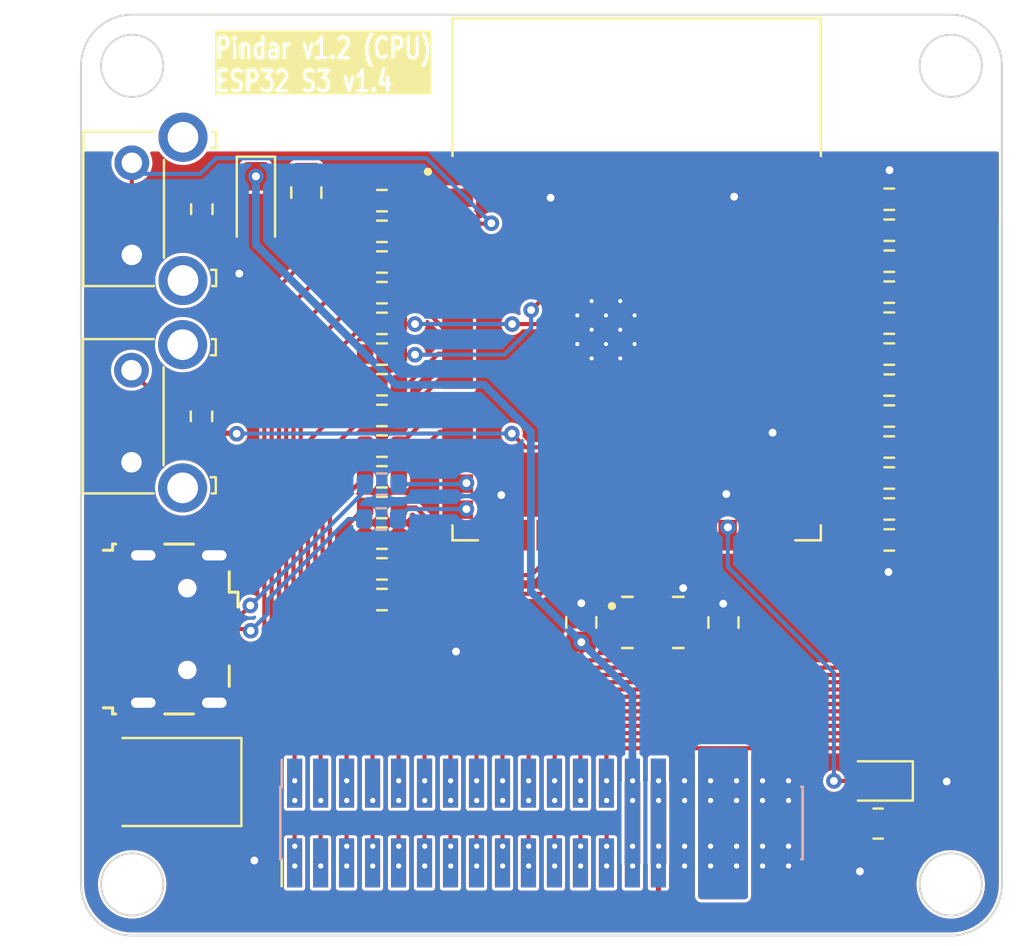
<source format=kicad_pcb>
(kicad_pcb (version 20221018) (generator pcbnew)
  (title_block (date "2023-06-14"))
  (layers (0 "F.Cu" signal) (31 "B.Cu" signal) (34 "B.Paste" user) (35 "F.Paste" user) (36 "B.SilkS" user "B.Silkscreen") (37 "F.SilkS" user "F.Silkscreen") (38 "B.Mask" user) (39 "F.Mask" user) (44 "Edge.Cuts" user))
  (net 0 "")
  (net 1 "+3.3V")
  (net 2 "+5V")
  (net 3 "/SPI_CS")
  (net 4 "/SPI_CLK")
  (net 5 "/SPI_MOSI")
  (net 6 "/SPI_MISO")
  (net 7 "/I2C_CLK")
  (net 8 "/GPIO_1")
  (net 9 "/GPIO_2")
  (net 10 "/GPIO_3")
  (net 11 "/GPIO_4")
  (net 12 "/GPIO_5")
  (net 13 "/GPIO_6")
  (net 14 "/GPIO_7")
  (net 15 "/GPIO_8")
  (net 16 "/ADC_1")
  (net 17 "/ADC_3")
  (net 18 "/ADC_4")
  (net 19 "/GPIO_11")
  (net 20 "/GPIO_12")
  (net 21 "/ADC_2")
  (net 22 "/I2C_SDA")
  (net 23 "Net-(R1-Pad1)")
  (net 24 "Net-(D2-A)")
  (net 25 "/UART1_Rx")
  (net 26 "GND")
  (net 27 "/UART1_Tx")
  (net 28 "/gpio6")
  (net 29 "Net-(D1-K)")
  (net 30 "/LED")
  (net 31 "/adc1_ch3")
  (net 32 "/adc1_ch4")
  (net 33 "/adc1_ch5")
  (net 34 "/adc1_ch6")
  (net 35 "/uart0_rx")
  (net 36 "/uart0_tx")
  (net 37 "/uart1_rx")
  (net 38 "/uart1_tx")
  (net 39 "/i2c_clk")
  (net 40 "/i2c_sda")
  (net 41 "/spi3_cs")
  (net 42 "/spi3_clk")
  (net 43 "/spi3_mosi")
  (net 44 "/spi3_miso")
  (net 45 "/gpio9")
  (net 46 "/gpio10")
  (net 47 "/gpio11")
  (net 48 "/gpio12")
  (net 49 "/gpio1")
  (net 50 "/gpio2")
  (net 51 "/gpio3")
  (net 52 "/gpio4")
  (net 53 "/gpio5")
  (net 54 "/gpio7")
  (net 55 "/gpio8")
  (net 56 "Net-(U1-IO0)")
  (net 57 "/spi2_cs")
  (net 58 "/spi2_mosi")
  (net 59 "/spi2_clk")
  (net 60 "/spi2_miso")
  (net 61 "/IMU_FSYNC")
  (net 62 "/usb+")
  (net 64 "/UART2_Rx")
  (net 65 "/UART2_Tx")
  (net 66 "/usb-")
  (net 67 "/GPIO_9")
  (net 68 "/GPIO_10")
  (net 69 "/+BATT")
  (net 70 "Net-(J3-D-)")
  (net 71 "Net-(J3-D+)")
  (net 74 "Net-(U1-EN)")
  (footprint "Resistor_SMD:R_0603_1608Metric" (layer "F.Cu") (at 90.2146 52.3346)
    (fp_text reference "R21" hide)
    (fp_text value "R")
  )
  (footprint "Connector_PinHeader_1.27mm:PinHeader_2x20_P1.27mm_Vertical_SMD" (layer "F.Cu") (at 73.22 72.22 90)
    (fp_text reference "J1" hide)
    (fp_text value "TOP" hide)
  )
  (footprint "Capacitor_SMD:C_0805_2012Metric" (layer "F.Cu") (at 82.1126 62.4234 90)
    (fp_text reference "C4" hide)
    (fp_text value "0.1uF")
  )
  (footprint "Resistor_SMD:R_0603_1608Metric" (layer "F.Cu") (at 90.2146 41.74024)
    (fp_text reference "R28" hide)
    (fp_text value "R")
  )
  (footprint "ESP32-S3-WROOM-1:ESP32-S3-WROOM-1" (layer "F.Cu") (at 77.871 45.6566)
    (fp_text reference "U1" hide)
    (fp_text value "ESP32-S3-WROOM-1-N16R2")
  )
  (footprint "Capacitor_SMD:C_0805_2012Metric" (layer "F.Cu") (at 61.729 41.4126 -90)
    (fp_text reference "C2" hide)
    (fp_text value "0.1uF")
  )
  (footprint "Diode_SMD:D_SMB" (layer "F.Cu") (at 54.8964 70.2162 180)
    (fp_text reference "D2" hide)
    (fp_text value "SS54")
  )
  (footprint "Resistor_SMD:R_0603_1608Metric" (layer "F.Cu") (at 65.4252 56.803264 180)
    (fp_text reference "R13" hide)
    (fp_text value "R")
  )
  (footprint "Resistor_SMD:R_0603_1608Metric" (layer "F.Cu") (at 65.4252 49.305924 180)
    (fp_text reference "R8" hide)
    (fp_text value "R")
  )
  (footprint "Button_Switch_THT:SW_SPST_Omron_B3F-315x_Angled" (layer "F.Cu") (at 53.2028 44.4606 90)
    (fp_text reference "SW2" hide)
    (fp_text value "SW_Push")
  )
  (footprint "Resistor_SMD:R_0603_1608Metric" (layer "F.Cu") (at 90.2146 55.36156)
    (fp_text reference "R19" hide)
    (fp_text value "R")
  )
  (footprint "Resistor_SMD:R_0603_1608Metric" (layer "F.Cu") (at 65.4252 52.30486 180)
    (fp_text reference "R10" hide)
    (fp_text value "R")
  )
  (footprint "Resistor_SMD:R_0603_1608Metric" (layer "F.Cu") (at 65.4252 59.8022 180)
    (fp_text reference "R15" hide)
    (fp_text value "R")
  )
  (footprint "Resistor_SMD:R_0603_1608Metric" (layer "F.Cu") (at 65.4252 50.805392 180)
    (fp_text reference "R9" hide)
    (fp_text value "R")
  )
  (footprint "Resistor_SMD:R_0603_1608Metric" (layer "F.Cu") (at 90.2146 58.388524)
    (fp_text reference "R17" hide)
    (fp_text value "R")
  )
  (footprint "Resistor_SMD:R_0603_1608Metric" (layer "F.Cu") (at 65.4252 58.302732 180)
    (fp_text reference "R14" hide)
    (fp_text value "R")
  )
  (footprint "Resistor_SMD:R_0603_1608Metric" (layer "F.Cu") (at 65.4252 47.806456 180)
    (fp_text reference "R7" hide)
    (fp_text value "R")
  )
  (footprint "Resistor_SMD:R_0603_1608Metric" (layer "F.Cu") (at 90.2146 53.84808)
    (fp_text reference "R20" hide)
    (fp_text value "R")
  )
  (footprint "Resistor_SMD:R_0603_1608Metric" (layer "F.Cu") (at 90.2146 46.28068)
    (fp_text reference "R25" hide)
    (fp_text value "R")
  )
  (footprint "Resistor_SMD:R_0603_1608Metric" (layer "F.Cu") (at 56.6236 42.2254 90)
    (fp_text reference "R31" hide)
    (fp_text value "1k")
  )
  (footprint "Resistor_SMD:R_0603_1608Metric" (layer "F.Cu") (at 65.4252 41.808584 180)
    (fp_text reference "R3" hide)
    (fp_text value "R")
  )
  (footprint "ICM-42688-P:ICM-42688-P" (layer "F.Cu") (at 78.6616 62.4194)
    (fp_text reference "U2" hide)
    (fp_text value "ICM-42688-P")
  )
  (footprint "Resistor_SMD:R_0603_1608Metric" (layer "F.Cu") (at 65.4252 44.80752 180)
    (fp_text reference "R5" hide)
    (fp_text value "R")
  )
  (footprint "Resistor_SMD:R_0603_1608Metric" (layer "F.Cu") (at 65.4252 43.308052 180)
    (fp_text reference "R4" hide)
    (fp_text value "R")
  )
  (footprint "USB_Micro-B_YouCee:USB_Micro-B_YouCee" (layer "F.Cu") (at 55.5624 62.742 -90)
    (fp_text reference "J3" hide)
    (fp_text value "USB_B_Micro")
  )
  (footprint "Resistor_SMD:R_0603_1608Metric" (layer "F.Cu") (at 90.2146 44.7672)
    (fp_text reference "R26" hide)
    (fp_text value "R")
  )
  (footprint "Resistor_SMD:R_0603_1608Metric" (layer "F.Cu") (at 90.2146 56.87504)
    (fp_text reference "R18" hide)
    (fp_text value "R")
  )
  (footprint "Button_Switch_THT:SW_SPST_Omron_B3F-315x_Angled" (layer "F.Cu") (at 53.1856 54.594201 90)
    (fp_text reference "SW1" hide)
    (fp_text value "SW_Push")
  )
  (footprint "Resistor_SMD:R_0603_1608Metric" (layer "F.Cu") (at 90.2146 50.82112)
    (fp_text reference "R22" hide)
    (fp_text value "R")
  )
  (footprint "Capacitor_SMD:C_0805_2012Metric" (layer "F.Cu") (at 75.1656 62.4184 90)
    (fp_text reference "C3" hide)
    (fp_text value "0.1uF")
  )
  (footprint "Resistor_SMD:R_0603_1608Metric" (layer "F.Cu") (at 90.2146 49.30764)
    (fp_text reference "R23" hide)
    (fp_text value "R")
  )
  (footprint "Resistor_SMD:R_0603_1608Metric" (layer "F.Cu") (at 65.4252 55.303796 180)
    (fp_text reference "R12" hide)
    (fp_text value "R")
  )
  (footprint "Resistor_SMD:R_0603_1608Metric" (layer "F.Cu") (at 90.2146 47.79416)
    (fp_text reference "R24" hide)
    (fp_text value "R")
  )
  (footprint "Resistor_SMD:R_0603_1608Metric" (layer "F.Cu") (at 56.6064 52.349401 -90)
    (fp_text reference "R1" hide)
    (fp_text value "1k")
  )
  (footprint "Resistor_SMD:R_0805_2012Metric" (layer "F.Cu") (at 89.6709 72.2482)
    (fp_text reference "R2" hide)
    (fp_text value "10k")
  )
  (footprint "Resistor_SMD:R_0603_1608Metric" (layer "F.Cu") (at 65.4252 53.804328 180)
    (fp_text reference "R11" hide)
    (fp_text value "R")
  )
  (footprint "Resistor_SMD:R_0603_1608Metric" (layer "F.Cu") (at 65.4252 61.301668 180)
    (fp_text reference "R16" hide)
    (fp_text value "R")
  )
  (footprint "LED_SMD:LED_0805_2012Metric" (layer "F.Cu") (at 89.6817 70.1654 180)
    (fp_text reference "D1" hide)
    (fp_text value "LED")
  )
  (footprint "Resistor_SMD:R_0603_1608Metric" (layer "F.Cu") (at 65.4252 46.306988 180)
    (fp_text reference "R6" hide)
    (fp_text value "R")
  )
  (footprint "Capacitor_Tantalum_SMD:CP_EIA-3216-12_Kemet-S" (layer "F.Cu") (at 59.2652 41.9714 -90)
    (fp_text reference "C1" hide)
    (fp_text value "47uF")
  )
  (footprint "Resistor_SMD:R_0603_1608Metric" (layer "F.Cu") (at 90.2146 43.25372)
    (fp_text reference "R27" hide)
    (fp_text value "R")
  )
  (footprint "Resistor_SMD:R_0603_1608Metric" (layer "B.Cu") (at 65.3847 57.3638)
    (fp_text reference "R29" hide)
    (fp_text value "22")
  )
  (footprint "Connector_PinHeader_1.27mm:PinHeader_2x20_P1.27mm_Vertical_SMD" (layer "B.Cu") (at 73.22 72.22 -90)
    (fp_text reference "J2" hide)
    (fp_text value "BUTTOM" hide)
  )
  (footprint "Resistor_SMD:R_0603_1608Metric" (layer "B.Cu") (at 65.412 55.662)
    (fp_text reference "R30" hide)
    (fp_text value "22")
  )
  (gr_line locked (start 95.72 75.22) (end 95.72 35.22) (stroke (width 0.1)) (layer "Edge.Cuts"))
  (gr_arc locked (start 50.72 35.22) (mid 51.452233 33.452233) (end 53.22 32.72) (stroke (width 0.1)) (layer "Edge.Cuts"))
  (gr_circle (center 93.22 75.22) (end 94.74 75.22) (stroke (width 0.1)) (fill none) (layer "Edge.Cuts"))
  (gr_circle (center 53.22 35.22) (end 54.74 35.22) (stroke (width 0.1)) (fill none) (layer "Edge.Cuts"))
  (gr_line locked (start 93.22 32.72) (end 53.22 32.72) (stroke (width 0.1)) (layer "Edge.Cuts"))
  (gr_arc locked (start 93.22 32.72) (mid 94.987767 33.452233) (end 95.72 35.22) (stroke (width 0.1)) (layer "Edge.Cuts"))
  (gr_arc locked (start 95.72 75.22) (mid 94.987767 76.987767) (end 93.22 77.72) (stroke (width 0.1)) (layer "Edge.Cuts"))
  (gr_circle (center 93.22 35.22) (end 94.74 35.22) (stroke (width 0.1)) (fill none) (layer "Edge.Cuts"))
  (gr_line locked (start 53.22 77.72) (end 93.22 77.72) (stroke (width 0.1)) (layer "Edge.Cuts"))
  (gr_arc locked (start 53.22 77.72) (mid 51.452233 76.987767) (end 50.72 75.22) (stroke (width 0.1)) (layer "Edge.Cuts"))
  (gr_circle (center 53.22 75.22) (end 54.74 75.22) (stroke (width 0.1)) (fill none) (layer "Edge.Cuts"))
  (gr_line locked (start 50.72 35.22) (end 50.72 75.22) (stroke (width 0.1)) (layer "Edge.Cuts"))
  (gr_text "Pindar v1.2 (CPU)\nESP32 S3 v1.4" (at 57.1824 36.5612) (layer "F.SilkS" knockout) (effects (font (size 1 0.762)) (justify left bottom)))
  (segment (start 77.9342 64.2726) (end 78.1616 64.0452) (width 0.2032) (layer "F.Cu") (net 1))
  (segment (start 75.1656 64.0694) (end 75.3688 64.2726) (width 0.2032) (layer "F.Cu") (net 1))
  (segment (start 56.6612 41.438) (end 58.4486 41.438) (width 0.2032) (layer "F.Cu") (net 1))
  (segment (start 78.1616 64.0452) (end 78.1616 63.3344) (width 0.2032) (layer "F.Cu") (net 1))
  (segment (start 61.7544 40.4372) (end 66.7226 40.4372) (width 0.381) (layer "F.Cu") (net 1))
  (segment (start 59.2868 40.5998) (end 59.2652 40.6214) (width 0.381) (layer "F.Cu") (net 1))
  (segment (start 61.729 40.4626) (end 61.7544 40.4372) (width 0.381) (layer "F.Cu") (net 1))
  (segment (start 56.6236 41.4004) (end 56.6612 41.438) (width 0.2032) (layer "F.Cu") (net 1))
  (segment (start 81.8712 64.2726) (end 78.389 64.2726) (width 0.2032) (layer "F.Cu") (net 1))
  (segment (start 75.1656 63.3684) (end 75.1656 64.0694) (width 0.2032) (layer "F.Cu") (net 1))
  (segment (start 61.729 40.4626) (end 61.5918 40.5998) (width 0.381) (layer "F.Cu") (net 1))
  (segment (start 82.1126 64.0312) (end 81.8712 64.2726) (width 0.2032) (layer "F.Cu") (net 1))
  (segment (start 61.5918 40.5998) (end 59.2868 40.5998) (width 0.381) (layer "F.Cu") (net 1))
  (segment (start 81.9086 63.1694) (end 79.8266 63.1694) (width 0.2032) (layer "F.Cu") (net 1))
  (segment (start 75.3688 64.2726) (end 77.9342 64.2726) (width 0.2032) (layer "F.Cu") (net 1))
  (segment (start 58.4486 41.438) (end 59.2652 40.6214) (width 0.2032) (layer "F.Cu") (net 1))
  (segment (start 66.7226 40.4372) (end 67.952 41.6666) (width 0.381) (layer "F.Cu") (net 1))
  (segment (start 82.1126 63.3734) (end 81.9086 63.1694) (width 0.2032) (layer "F.Cu") (net 1))
  (segment (start 82.1126 63.3734) (end 82.1126 64.0312) (width 0.2032) (layer "F.Cu") (net 1))
  (segment (start 67.952 41.6666) (end 69.121 41.6666) (width 0.381) (layer "F.Cu") (net 1))
  (segment (start 77.665 70.27) (end 77.665 74.17) (width 0.762) (layer "F.Cu") (net 1))
  (segment (start 78.389 64.2726) (end 78.1616 64.0452) (width 0.2032) (layer "F.Cu") (net 1))
  (via (at 75.1656 63.3836) (size 0.762) (drill 0.381) (layers "F.Cu" "B.Cu") (net 1))
  (via (at 77.6732 74.3204) (size 0.508) (drill 0.254) (layers "F.Cu" "B.Cu") (net 1))
  (via (at 77.6732 71.12) (size 0.508) (drill 0.254) (layers "F.Cu" "B.Cu") (net 1))
  (via (at 77.6732 73.3552) (size 0.508) (drill 0.254) (layers "F.Cu" "B.Cu") (net 1))
  (via (at 59.265192 40.6214) (size 0.762) (drill 0.381) (layers "F.Cu" "B.Cu") (net 1))
  (via (at 77.6732 70.1548) (size 0.508) (drill 0.254) (layers "F.Cu" "B.Cu") (net 1))
  (segment (start 72.7018 60.9198) (end 72.7018 53.0966) (width 0.381) (layer "B.Cu") (net 1))
  (segment (start 70.4158 50.8106) (end 66.1232 50.8106) (width 0.381) (layer "B.Cu") (net 1))
  (segment (start 72.7018 53.0966) (end 70.4158 50.8106) (width 0.381) (layer "B.Cu") (net 1))
  (segment (start 77.665 70.27) (end 77.665 74.17) (width 0.762) (layer "B.Cu") (net 1))
  (segment (start 77.665 65.883) (end 75.1656 63.3836) (width 0.381) (layer "B.Cu") (net 1))
  (segment (start 59.265192 43.952592) (end 59.265192 40.6214) (width 0.381) (layer "B.Cu") (net 1))
  (segment (start 77.665 70.27) (end 77.665 65.883) (width 0.381) (layer "B.Cu") (net 1))
  (segment (start 75.1656 63.3836) (end 72.7018 60.9198) (width 0.381) (layer "B.Cu") (net 1))
  (segment (start 66.1232 50.8106) (end 59.265192 43.952592) (width 0.381) (layer "B.Cu") (net 1))
  (segment (start 57.0464 74.9316) (end 58.4524 76.3376) (width 0.254) (layer "F.Cu") (net 2))
  (segment (start 58.4524 76.3376) (end 78.62 76.3376) (width 0.254) (layer "F.Cu") (net 2))
  (segment (start 78.62 76.3376) (end 78.935 76.0226) (width 0.254) (layer "F.Cu") (net 2))
  (segment (start 78.935 76.0226) (end 78.935 74.17) (width 0.254) (layer "F.Cu") (net 2))
  (segment (start 57.0464 70.2162) (end 57.0464 74.9316) (width 0.254) (layer "F.Cu") (net 2))
  (segment (start 78.935 70.27) (end 78.935 74.17) (width 0.762) (layer "F.Cu") (net 2))
  (via (at 78.9432 73.3552) (size 0.508) (drill 0.254) (layers "F.Cu" "B.Cu") (net 2))
  (via (at 78.9432 71.12) (size 0.508) (drill 0.254) (layers "F.Cu" "B.Cu") (net 2))
  (via (at 78.9432 70.1548) (size 0.508) (drill 0.254) (layers "F.Cu" "B.Cu") (net 2))
  (via (at 78.9432 74.3204) (size 0.508) (drill 0.254) (layers "F.Cu" "B.Cu") (net 2))
  (segment (start 78.935 70.27) (end 78.935 74.17) (width 0.762) (layer "B.Cu") (net 2))
  (segment (start 66.881 66.773048) (end 63.235 63.127048) (width 0.2032) (layer "F.Cu") (net 3))
  (segment (start 66.881 71.9392) (end 66.881 66.773048) (width 0.2032) (layer "F.Cu") (net 3))
  (segment (start 67.505 72.5632) (end 66.881 71.9392) (width 0.2032) (layer "F.Cu") (net 3))
  (segment (start 67.505 74.17) (end 67.505 72.5632) (width 0.2032) (layer "F.Cu") (net 3))
  (segment (start 63.235 58.168464) (end 64.6002 56.803264) (width 0.2032) (layer "F.Cu") (net 3))
  (segment (start 63.235 63.127048) (end 63.235 58.168464) (width 0.2032) (layer "F.Cu") (net 3))
  (via (at 67.5132 74.3204) (size 0.508) (drill 0.254) (layers "F.Cu" "B.Cu") (net 3))
  (via (at 67.5132 73.3552) (size 0.508) (drill 0.254) (layers "F.Cu" "B.Cu") (net 3))
  (segment (start 67.505 66.894154) (end 63.5906 62.979754) (width 0.2032) (layer "F.Cu") (net 4))
  (segment (start 63.5906 59.312332) (end 64.6002 58.302732) (width 0.2032) (layer "F.Cu") (net 4))
  (segment (start 67.505 70.27) (end 67.505 66.894154) (width 0.2032) (layer "F.Cu") (net 4))
  (segment (start 63.5906 62.979754) (end 63.5906 59.312332) (width 0.2032) (layer "F.Cu") (net 4))
  (via (at 67.5132 71.12) (size 0.508) (drill 0.254) (layers "F.Cu" "B.Cu") (net 4))
  (via (at 67.5132 70.1548) (size 0.508) (drill 0.254) (layers "F.Cu" "B.Cu") (net 4))
  (segment (start 68.151 67.03726) (end 68.151 71.99) (width 0.2032) (layer "F.Cu") (net 5))
  (segment (start 63.9462 60.4562) (end 63.9462 62.83246) (width 0.2032) (layer "F.Cu") (net 5))
  (segment (start 64.6002 59.8022) (end 63.9462 60.4562) (width 0.2032) (layer "F.Cu") (net 5))
  (segment (start 63.9462 62.83246) (end 68.151 67.03726) (width 0.2032) (layer "F.Cu") (net 5))
  (segment (start 68.775 72.614) (end 68.775 74.17) (width 0.2032) (layer "F.Cu") (net 5))
  (segment (start 68.151 71.99) (end 68.775 72.614) (width 0.2032) (layer "F.Cu") (net 5))
  (via (at 68.7832 73.3552) (size 0.508) (drill 0.254) (layers "F.Cu" "B.Cu") (net 5))
  (via (at 68.7832 74.3204) (size 0.508) (drill 0.254) (layers "F.Cu" "B.Cu") (net 5))
  (segment (start 68.775 67.1276) (end 68.775 70.27) (width 0.2032) (layer "F.Cu") (net 6))
  (segment (start 64.6002 61.301668) (end 64.3198 61.582068) (width 0.2032) (layer "F.Cu") (net 6))
  (segment (start 64.3198 62.6724) (end 68.775 67.1276) (width 0.2032) (layer "F.Cu") (net 6))
  (segment (start 64.3198 61.582068) (end 64.3198 62.6724) (width 0.2032) (layer "F.Cu") (net 6))
  (via (at 68.7832 71.12) (size 0.508) (drill 0.254) (layers "F.Cu" "B.Cu") (net 6))
  (via (at 68.7832 70.1548) (size 0.508) (drill 0.254) (layers "F.Cu" "B.Cu") (net 6))
  (segment (start 66.235 66.629942) (end 62.8794 63.274342) (width 0.2032) (layer "F.Cu") (net 7))
  (segment (start 66.235 70.27) (end 66.235 66.629942) (width 0.2032) (layer "F.Cu") (net 7))
  (segment (start 62.8794 63.274342) (end 62.8794 57.024596) (width 0.2032) (layer "F.Cu") (net 7))
  (segment (start 62.8794 57.024596) (end 64.6002 55.303796) (width 0.2032) (layer "F.Cu") (net 7))
  (via (at 66.2432 71.12) (size 0.508) (drill 0.254) (layers "F.Cu" "B.Cu") (net 7))
  (via (at 66.2432 70.1548) (size 0.508) (drill 0.254) (layers "F.Cu" "B.Cu") (net 7))
  (segment (start 70.045 72.5632) (end 70.045 74.17) (width 0.2032) (layer "F.Cu") (net 8))
  (segment (start 91.4978 63.1804) (end 90.05 64.6282) (width 0.2032) (layer "F.Cu") (net 8))
  (segment (start 69.399 68.7692) (end 69.399 71.9172) (width 0.2032) (layer "F.Cu") (net 8))
  (segment (start 90.05 64.6282) (end 73.54 64.6282) (width 0.2032) (layer "F.Cu") (net 8))
  (segment (start 91.0396 58.388524) (end 91.0396 58.5058) (width 0.2032) (layer "F.Cu") (net 8))
  (segment (start 91.4978 58.964) (end 91.4978 63.1804) (width 0.2032) (layer "F.Cu") (net 8))
  (segment (start 91.0396 58.5058) (end 91.4978 58.964) (width 0.2032) (layer "F.Cu") (net 8))
  (segment (start 73.54 64.6282) (end 69.399 68.7692) (width 0.2032) (layer "F.Cu") (net 8))
  (segment (start 69.399 71.9172) (end 70.045 72.5632) (width 0.2032) (layer "F.Cu") (net 8))
  (via (at 70.0532 73.3552) (size 0.508) (drill 0.254) (layers "F.Cu" "B.Cu") (net 8))
  (via (at 70.0532 74.3204) (size 0.508) (drill 0.254) (layers "F.Cu" "B.Cu") (net 8))
  (segment (start 91.8534 63.327694) (end 90.197294 64.9838) (width 0.2032) (layer "F.Cu") (net 9))
  (segment (start 91.64404 56.87504) (end 91.8534 57.0844) (width 0.2032) (layer "F.Cu") (net 9))
  (segment (start 70.045 68.7582) (end 70.045 70.27) (width 0.2032) (layer "F.Cu") (net 9))
  (segment (start 90.197294 64.9838) (end 73.8194 64.9838) (width 0.2032) (layer "F.Cu") (net 9))
  (segment (start 91.0396 56.87504) (end 91.64404 56.87504) (width 0.2032) (layer "F.Cu") (net 9))
  (segment (start 91.8534 57.0844) (end 91.8534 63.327694) (width 0.2032) (layer "F.Cu") (net 9))
  (segment (start 73.8194 64.9838) (end 70.045 68.7582) (width 0.2032) (layer "F.Cu") (net 9))
  (via (at 70.0532 71.12) (size 0.508) (drill 0.254) (layers "F.Cu" "B.Cu") (net 9))
  (via (at 70.0532 70.1548) (size 0.508) (drill 0.254) (layers "F.Cu" "B.Cu") (net 9))
  (segment (start 92.209 63.474988) (end 90.344588 65.3394) (width 0.2032) (layer "F.Cu") (net 10))
  (segment (start 91.50216 55.36156) (end 92.209 56.0684) (width 0.2032) (layer "F.Cu") (net 10))
  (segment (start 70.691 71.863) (end 71.315 72.487) (width 0.2032) (layer "F.Cu") (net 10))
  (segment (start 70.691 68.7472) (end 70.691 71.863) (width 0.2032) (layer "F.Cu") (net 10))
  (segment (start 71.315 72.487) (end 71.315 74.17) (width 0.2032) (layer "F.Cu") (net 10))
  (segment (start 91.0396 55.36156) (end 91.50216 55.36156) (width 0.2032) (layer "F.Cu") (net 10))
  (segment (start 90.344588 65.3394) (end 74.0988 65.3394) (width 0.2032) (layer "F.Cu") (net 10))
  (segment (start 92.209 56.0684) (end 92.209 63.474988) (width 0.2032) (layer "F.Cu") (net 10))
  (segment (start 74.0988 65.3394) (end 70.691 68.7472) (width 0.2032) (layer "F.Cu") (net 10))
  (via (at 71.3232 74.3204) (size 0.508) (drill 0.254) (layers "F.Cu" "B.Cu") (net 10))
  (via (at 71.3232 73.3552) (size 0.508) (drill 0.254) (layers "F.Cu" "B.Cu") (net 10))
  (segment (start 92.5646 54.5952) (end 92.5646 63.622282) (width 0.2032) (layer "F.Cu") (net 11))
  (segment (start 91.81748 53.84808) (end 92.5646 54.5952) (width 0.2032) (layer "F.Cu") (net 11))
  (segment (start 71.315 68.674406) (end 71.315 70.27) (width 0.2032) (layer "F.Cu") (net 11))
  (segment (start 92.5646 63.622282) (end 90.491882 65.695) (width 0.2032) (layer "F.Cu") (net 11))
  (segment (start 90.491882 65.695) (end 74.294406 65.695) (width 0.2032) (layer "F.Cu") (net 11))
  (segment (start 91.0396 53.84808) (end 91.81748 53.84808) (width 0.2032) (layer "F.Cu") (net 11))
  (segment (start 74.294406 65.695) (end 71.315 68.674406) (width 0.2032) (layer "F.Cu") (net 11))
  (via (at 71.3232 71.12) (size 0.508) (drill 0.254) (layers "F.Cu" "B.Cu") (net 11))
  (via (at 71.3232 70.1548) (size 0.508) (drill 0.254) (layers "F.Cu" "B.Cu") (net 11))
  (segment (start 74.510306 66.0506) (end 71.961 68.599906) (width 0.2032) (layer "F.Cu") (net 12))
  (segment (start 71.961 68.599906) (end 71.961 71.863) (width 0.2032) (layer "F.Cu") (net 12))
  (segment (start 72.585 72.487) (end 72.585 74.17) (width 0.2032) (layer "F.Cu") (net 12))
  (segment (start 71.961 71.863) (end 72.585 72.487) (width 0.2032) (layer "F.Cu") (net 12))
  (segment (start 91.0396 52.3346) (end 92.2471 52.3346) (width 0.2032) (layer "F.Cu") (net 12))
  (segment (start 92.2471 52.3346) (end 92.9202 53.0077) (width 0.2032) (layer "F.Cu") (net 12))
  (segment (start 90.639176 66.0506) (end 74.510306 66.0506) (width 0.2032) (layer "F.Cu") (net 12))
  (segment (start 92.9202 53.0077) (end 92.9202 63.769576) (width 0.2032) (layer "F.Cu") (net 12))
  (segment (start 92.9202 63.769576) (end 90.639176 66.0506) (width 0.2032) (layer "F.Cu") (net 12))
  (via (at 72.5932 74.3204) (size 0.508) (drill 0.254) (layers "F.Cu" "B.Cu") (net 12))
  (via (at 72.5932 73.3552) (size 0.508) (drill 0.254) (layers "F.Cu" "B.Cu") (net 12))
  (segment (start 91.0396 50.82112) (end 92.57512 50.82112) (width 0.2032) (layer "F.Cu") (net 13))
  (segment (start 74.7592 66.4062) (end 72.5932 68.5722) (width 0.2032) (layer "F.Cu") (net 13))
  (segment (start 90.78647 66.4062) (end 74.7592 66.4062) (width 0.2032) (layer "F.Cu") (net 13))
  (segment (start 93.2758 63.91687) (end 90.78647 66.4062) (width 0.2032) (layer "F.Cu") (net 13))
  (segment (start 93.2758 51.5218) (end 93.2758 63.91687) (width 0.2032) (layer "F.Cu") (net 13))
  (segment (start 92.718796 50.964796) (end 92.8186 51.0646) (width 0.2032) (layer "F.Cu") (net 13))
  (segment (start 92.57512 50.82112) (end 92.8186 51.0646) (width 0.2032) (layer "F.Cu") (net 13))
  (segment (start 92.8186 51.0646) (end 93.2758 51.5218) (width 0.2032) (layer "F.Cu") (net 13))
  (segment (start 72.5932 68.5722) (end 72.5932 70.1548) (width 0.2032) (layer "F.Cu") (net 13))
  (via (at 72.5932 71.12) (size 0.508) (drill 0.254) (layers "F.Cu" "B.Cu") (net 13))
  (via (at 72.5932 70.1548) (size 0.508) (drill 0.254) (layers "F.Cu" "B.Cu") (net 13))
  (segment (start 73.231 71.863) (end 73.855 72.487) (width 0.2032) (layer "F.Cu") (net 14))
  (segment (start 75.064 66.7618) (end 73.231 68.5948) (width 0.2032) (layer "F.Cu") (net 14))
  (segment (start 93.6314 64.064164) (end 90.933764 66.7618) (width 0.2032) (layer "F.Cu") (net 14))
  (segment (start 73.855 72.487) (end 73.855 74.17) (width 0.2032) (layer "F.Cu") (net 14))
  (segment (start 93.6314 50.0486) (end 93.6314 64.064164) (width 0.2032) (layer "F.Cu") (net 14))
  (segment (start 73.231 68.5948) (end 73.231 71.863) (width 0.2032) (layer "F.Cu") (net 14))
  (segment (start 90.933764 66.7618) (end 75.064 66.7618) (width 0.2032) (layer "F.Cu") (net 14))
  (segment (start 92.89044 49.30764) (end 93.6314 50.0486) (width 0.2032) (layer "F.Cu") (net 14))
  (segment (start 91.0396 49.30764) (end 92.89044 49.30764) (width 0.2032) (layer "F.Cu") (net 14))
  (via (at 73.8632 74.3204) (size 0.508) (drill 0.254) (layers "F.Cu" "B.Cu") (net 14))
  (via (at 73.8632 73.3552) (size 0.508) (drill 0.254) (layers "F.Cu" "B.Cu") (net 14))
  (segment (start 93.987 48.5246) (end 93.987 64.211458) (width 0.2032) (layer "F.Cu") (net 15))
  (segment (start 91.081058 67.1174) (end 75.2926 67.1174) (width 0.2032) (layer "F.Cu") (net 15))
  (segment (start 91.0396 47.79416) (end 93.25656 47.79416) (width 0.2032) (layer "F.Cu") (net 15))
  (segment (start 93.25656 47.79416) (end 93.987 48.5246) (width 0.2032) (layer "F.Cu") (net 15))
  (segment (start 93.987 64.211458) (end 91.081058 67.1174) (width 0.2032) (layer "F.Cu") (net 15))
  (segment (start 73.8632 68.5468) (end 73.8632 70.1548) (width 0.2032) (layer "F.Cu") (net 15))
  (segment (start 75.2926 67.1174) (end 73.8632 68.5468) (width 0.2032) (layer "F.Cu") (net 15))
  (via (at 73.8632 71.12) (size 0.508) (drill 0.254) (layers "F.Cu" "B.Cu") (net 15))
  (via (at 73.8632 70.1548) (size 0.508) (drill 0.254) (layers "F.Cu" "B.Cu") (net 15))
  (segment (start 61.155 72.487) (end 61.155 74.17) (width 0.2032) (layer "F.Cu") (net 16))
  (segment (start 60.5098 65.4918) (end 60.5098 71.8418) (width 0.2032) (layer "F.Cu") (net 16))
  (segment (start 64.6002 41.808584) (end 59.679 46.729784) (width 0.2032) (layer "F.Cu") (net 16))
  (segment (start 59.679 64.661) (end 60.5098 65.4918) (width 0.2032) (layer "F.Cu") (net 16))
  (segment (start 59.679 46.729784) (end 59.679 64.661) (width 0.2032) (layer "F.Cu") (net 16))
  (segment (start 60.5098 71.8418) (end 61.155 72.487) (width 0.2032) (layer "F.Cu") (net 16))
  (via (at 61.1632 73.3552) (size 0.508) (drill 0.254) (layers "F.Cu" "B.Cu") (net 16))
  (via (at 61.1632 74.3204) (size 0.508) (drill 0.254) (layers "F.Cu" "B.Cu") (net 16))
  (segment (start 62.425 72.5124) (end 61.801 71.8884) (width 0.2032) (layer "F.Cu") (net 17))
  (segment (start 60.3902 49.01752) (end 64.6002 44.80752) (width 0.2032) (layer "F.Cu") (net 17))
  (segment (start 61.801 65.7162) (end 60.3902 64.3054) (width 0.2032) (layer "F.Cu") (net 17))
  (segment (start 60.3902 64.3054) (end 60.3902 49.01752) (width 0.2032) (layer "F.Cu") (net 17))
  (segment (start 62.425 74.17) (end 62.425 72.5124) (width 0.2032) (layer "F.Cu") (net 17))
  (segment (start 61.801 71.8884) (end 61.801 65.7162) (width 0.2032) (layer "F.Cu") (net 17))
  (via (at 62.4332 74.3204) (size 0.508) (drill 0.254) (layers "F.Cu" "B.Cu") (net 17))
  (segment (start 62.425 65.837306) (end 60.7458 64.158106) (width 0.2032) (layer "F.Cu") (net 18))
  (segment (start 62.425 70.27) (end 62.425 65.837306) (width 0.2032) (layer "F.Cu") (net 18))
  (segment (start 60.7458 64.158106) (end 60.7458 50.161388) (width 0.2032) (layer "F.Cu") (net 18))
  (segment (start 60.7458 50.161388) (end 64.6002 46.306988) (width 0.2032) (layer "F.Cu") (net 18))
  (via (at 62.4332 71.12) (size 0.508) (drill 0.254) (layers "F.Cu" "B.Cu") (net 18))
  (segment (start 94.10092 43.25372) (end 95.0538 44.2066) (width 0.2032) (layer "F.Cu") (net 19))
  (segment (start 95.0538 64.65334) (end 91.52294 68.1842) (width 0.2032) (layer "F.Cu") (net 19))
  (segment (start 76.207 68.1842) (end 75.771 68.6202) (width 0.2032) (layer "F.Cu") (net 19))
  (segment (start 75.771 71.9138) (end 76.4032 72.546) (width 0.2032) (layer "F.Cu") (net 19))
  (segment (start 95.0538 44.2066) (end 95.0538 64.65334) (width 0.2032) (layer "F.Cu") (net 19))
  (segment (start 76.4032 72.546) (end 76.4032 73.3552) (width 0.2032) (layer "F.Cu") (net 19))
  (segment (start 75.771 68.6202) (end 75.771 71.9138) (width 0.2032) (layer "F.Cu") (net 19))
  (segment (start 91.0396 43.25372) (end 94.10092 43.25372) (width 0.2032) (layer "F.Cu") (net 19))
  (segment (start 91.52294 68.1842) (end 76.207 68.1842) (width 0.2032) (layer "F.Cu") (net 19))
  (via (at 76.4032 74.3204) (size 0.508) (drill 0.254) (layers "F.Cu" "B.Cu") (net 19))
  (via (at 76.4032 73.3552) (size 0.508) (drill 0.254) (layers "F.Cu" "B.Cu") (net 19))
  (segment (start 91.680755 68.5652) (end 76.6388 68.5652) (width 0.2032) (layer "F.Cu") (net 20))
  (segment (start 95.4094 43.216) (end 95.4094 44.023384) (width 0.2032) (layer "F.Cu") (net 20))
  (segment (start 76.6388 68.5652) (end 76.395 68.809) (width 0.2032) (layer "F.Cu") (net 20))
  (segment (start 95.4348 64.811156) (end 91.680755 68.5652) (width 0.2032) (layer "F.Cu") (net 20))
  (segment (start 93.93364 41.74024) (end 95.4094 43.216) (width 0.2032) (layer "F.Cu") (net 20))
  (segment (start 95.4094 44.023384) (end 95.4348 44.048785) (width 0.2032) (layer "F.Cu") (net 20))
  (segment (start 95.4348 44.048785) (end 95.4348 64.811156) (width 0.2032) (layer "F.Cu") (net 20))
  (segment (start 76.395 68.809) (end 76.395 70.27) (width 0.2032) (layer "F.Cu") (net 20))
  (segment (start 91.0396 41.74024) (end 93.93364 41.74024) (width 0.2032) (layer "F.Cu") (net 20))
  (via (at 76.4032 71.12) (size 0.508) (drill 0.254) (layers "F.Cu" "B.Cu") (net 20))
  (via (at 76.4032 70.1548) (size 0.508) (drill 0.254) (layers "F.Cu" "B.Cu") (net 20))
  (segment (start 60.0346 64.4832) (end 61.155 65.6036) (width 0.2032) (layer "F.Cu") (net 21))
  (segment (start 64.6002 43.308052) (end 60.0346 47.873652) (width 0.2032) (layer "F.Cu") (net 21))
  (segment (start 60.0346 47.873652) (end 60.0346 64.4832) (width 0.2032) (layer "F.Cu") (net 21))
  (segment (start 61.155 65.6036) (end 61.155 70.27) (width 0.2032) (layer "F.Cu") (net 21))
  (via (at 61.1632 70.1548) (size 0.508) (drill 0.254) (layers "F.Cu" "B.Cu") (net 21))
  (via (at 61.1632 71.12) (size 0.508) (drill 0.254) (layers "F.Cu" "B.Cu") (net 21))
  (segment (start 62.5238 63.421636) (end 62.5238 55.880728) (width 0.2032) (layer "F.Cu") (net 22))
  (segment (start 62.5238 55.880728) (end 64.6002 53.804328) (width 0.2032) (layer "F.Cu") (net 22))
  (segment (start 65.611 66.508836) (end 62.5238 63.421636) (width 0.2032) (layer "F.Cu") (net 22))
  (segment (start 65.611 71.9646) (end 65.611 66.508836) (width 0.2032) (layer "F.Cu") (net 22))
  (segment (start 66.235 74.17) (end 66.235 72.5886) (width 0.2032) (layer "F.Cu") (net 22))
  (segment (start 66.235 72.5886) (end 65.611 71.9646) (width 0.2032) (layer "F.Cu") (net 22))
  (via (at 66.2432 73.3552) (size 0.508) (drill 0.254) (layers "F.Cu" "B.Cu") (net 22))
  (via (at 66.2432 74.3204) (size 0.508) (drill 0.254) (layers "F.Cu" "B.Cu") (net 22))
  (segment (start 54.568801 51.524401) (end 53.1856 50.1412) (width 0.2032) (layer "F.Cu") (net 23))
  (segment (start 56.6064 51.524401) (end 54.568801 51.524401) (width 0.2032) (layer "F.Cu") (net 23))
  (segment (start 53.1856 50.1412) (end 53.1856 50.094201) (width 0.2032) (layer "F.Cu") (net 23))
  (segment (start 52.9406 61.4532) (end 52.8644 61.5294) (width 0.254) (layer "F.Cu") (net 24))
  (segment (start 52.8644 61.5294) (end 51.8484 62.5454) (width 0.254) (layer "F.Cu") (net 24))
  (segment (start 56.5204 61.4436) (end 52.9502 61.4436) (width 0.2032) (layer "F.Cu") (net 24))
  (segment (start 52.9502 61.4436) (end 52.8644 61.5294) (width 0.2032) (layer "F.Cu") (net 24))
  (segment (start 51.8484 62.5454) (end 51.8484 69.3182) (width 0.254) (layer "F.Cu") (net 24))
  (segment (start 57.062 61.4532) (end 52.9406 61.4532) (width 0.254) (layer "F.Cu") (net 24))
  (segment (start 51.8484 69.3182) (end 52.7464 70.2162) (width 0.254) (layer "F.Cu") (net 24))
  (segment (start 63.071 65.980412) (end 61.1014 64.010812) (width 0.2032) (layer "F.Cu") (net 25))
  (segment (start 63.071 71.8376) (end 63.071 65.980412) (width 0.2032) (layer "F.Cu") (net 25))
  (segment (start 63.695 72.4616) (end 63.071 71.8376) (width 0.2032) (layer "F.Cu") (net 25))
  (segment (start 61.1014 64.010812) (end 61.1014 51.305256) (width 0.2032) (layer "F.Cu") (net 25))
  (segment (start 61.1014 51.305256) (end 64.6002 47.806456) (width 0.2032) (layer "F.Cu") (net 25))
  (segment (start 63.695 74.17) (end 63.695 72.4616) (width 0.2032) (layer "F.Cu") (net 25))
  (via (at 63.7032 73.3552) (size 0.508) (drill 0.254) (layers "F.Cu" "B.Cu") (net 25))
  (via (at 63.7032 74.3204) (size 0.508) (drill 0.254) (layers "F.Cu" "B.Cu") (net 25))
  (via (at 85.2932 73.3552) (size 0.508) (drill 0.254) (layers "F.Cu" "B.Cu") (net 26))
  (via (at 84.0232 70.1548) (size 0.508) (drill 0.254) (layers "F.Cu" "B.Cu") (net 26))
  (via (at 82.0998 61.504) (size 0.762) (drill 0.381) (layers "F.Cu" "B.Cu") (net 26))
  (via (at 84.0232 73.3552) (size 0.508) (drill 0.254) (layers "F.Cu" "B.Cu") (net 26))
  (via (at 85.2932 70.1548) (size 0.508) (drill 0.254) (layers "F.Cu" "B.Cu") (net 26))
  (via (at 58.4524 45.375) (size 0.762) (drill 0.381) (layers "F.Cu" "B.Cu") (net 26))
  (via (at 59.189 74.0516) (size 0.762) (drill 0.381) (layers "F.Cu" "B.Cu") (net 26))
  (via (at 84.5128 53.1474) (size 0.762) (drill 0.381) (layers "F.Cu" "B.Cu") (net 26))
  (via (at 73.667 41.6666) (size 0.762) (drill 0.381) (layers "F.Cu" "B.Cu") (net 26))
  (via (at 85.2932 71.12) (size 0.508) (drill 0.254) (layers "F.Cu" "B.Cu") (net 26))
  (via (at 90.2278 40.3204) (size 0.762) (drill 0.381) (layers "F.Cu" "B.Cu") (net 26))
  (via (at 80.2132 74.3204) (size 0.508) (drill 0.254) (layers "F.Cu" "B.Cu") (net 26))
  (via (at 88.78 74.585) (size 0.762) (drill 0.381) (layers "F.Cu" "B.Cu") (net 26))
  (via (at 90.177 59.9546) (size 0.762) (drill 0.381) (layers "F.Cu" "B.Cu") (net 26))
  (via (at 71.254 56.1954) (size 0.762) (drill 0.381) (layers "F.Cu" "B.Cu") (net 26))
  (via (at 80.2132 73.3552) (size 0.508) (drill 0.254) (layers "F.Cu" "B.Cu") (net 26))
  (via (at 69.0442 63.8408) (size 0.762) (drill 0.381) (layers "F.Cu" "B.Cu") (net 26))
  (via (at 82.6332 41.6158) (size 0.762) (drill 0.381) (layers "F.Cu" "B.Cu") (net 26))
  (via (at 80.144 60.742) (size 0.762) (drill 0.381) (layers "F.Cu" "B.Cu") (net 26))
  (via (at 84.0232 71.12) (size 0.508) (drill 0.254) (layers "F.Cu" "B.Cu") (net 26))
  (via (at 80.2132 70.1548) (size 0.508) (drill 0.254) (layers "F.Cu" "B.Cu") (net 26))
  (via (at 85.2932 74.3204) (size 0.508) (drill 0.254) (layers "F.Cu" "B.Cu") (net 26))
  (via (at 80.2132 71.12) (size 0.508) (drill 0.254) (layers "F.Cu" "B.Cu") (net 26))
  (via (at 75.1656 61.4786) (size 0.762) (drill 0.381) (layers "F.Cu" "B.Cu") (net 26))
  (via (at 84.0232 74.3204) (size 0.508) (drill 0.254) (layers "F.Cu" "B.Cu") (net 26))
  (via (at 93.0218 70.1908) (size 0.762) (drill 0.381) (layers "F.Cu" "B.Cu") (net 26))
  (via (at 82.2522 56.1446) (size 0.762) (drill 0.381) (layers "F.Cu" "B.Cu") (net 26))
  (segment (start 63.695 70.27) (end 63.695 66.101518) (width 0.2032) (layer "F.Cu") (net 27))
  (segment (start 63.695 66.101518) (end 61.457 63.863518) (width 0.2032) (layer "F.Cu") (net 27))
  (segment (start 61.457 63.863518) (end 61.457 52.449124) (width 0.2032) (layer "F.Cu") (net 27))
  (segment (start 61.457 52.449124) (end 64.6002 49.305924) (width 0.2032) (layer "F.Cu") (net 27))
  (via (at 63.7032 71.12) (size 0.508) (drill 0.254) (layers "F.Cu" "B.Cu") (net 27))
  (via (at 63.7032 70.1548) (size 0.508) (drill 0.254) (layers "F.Cu" "B.Cu") (net 27))
  (segment (start 88.69328 50.82112) (end 89.3896 50.82112) (width 0.2032) (layer "F.Cu") (net 28))
  (segment (start 87.8148 51.6996) (end 88.69328 50.82112) (width 0.2032) (layer "F.Cu") (net 28))
  (segment (start 86.621 51.8266) (end 86.748 51.6996) (width 0.2032) (layer "F.Cu") (net 28))
  (segment (start 86.748 51.6996) (end 87.8148 51.6996) (width 0.2032) (layer "F.Cu") (net 28))
  (segment (start 90.5834 70.2012) (end 90.6192 70.1654) (width 0.2032) (layer "F.Cu") (net 29))
  (segment (start 90.5834 72.2482) (end 90.5834 70.2012) (width 0.2032) (layer "F.Cu") (net 29))
  (segment (start 82.316 57.7826) (end 82.3284 57.7702) (width 0.2032) (layer "F.Cu") (net 30))
  (segment (start 88.7442 70.1654) (end 87.51 70.1654) (width 0.2032) (layer "F.Cu") (net 30))
  (segment (start 82.316 58.1566) (end 82.316 57.7826) (width 0.2032) (layer "F.Cu") (net 30))
  (via (at 82.3284 57.7702) (size 0.762) (drill 0.381) (layers "F.Cu" "B.Cu") (net 30))
  (via (at 87.51 70.1654) (size 0.762) (drill 0.381) (layers "F.Cu" "B.Cu") (net 30))
  (segment (start 82.3284 59.7006) (end 82.3284 57.7702) (width 0.2032) (layer "B.Cu") (net 30))
  (segment (start 87.51 64.8822) (end 82.3538 59.726) (width 0.2032) (layer "B.Cu") (net 30))
  (segment (start 82.3538 59.726) (end 82.3284 59.7006) (width 0.2032) (layer "B.Cu") (net 30))
  (segment (start 87.51 70.1654) (end 87.51 64.8822) (width 0.2032) (layer "B.Cu") (net 30))
  (segment (start 66.2502 41.808584) (end 66.2502 41.9206) (width 0.2032) (layer "F.Cu") (net 31))
  (segment (start 66.2502 41.9206) (end 68.5362 44.2066) (width 0.2032) (layer "F.Cu") (net 31))
  (segment (start 68.5362 44.2066) (end 69.121 44.2066) (width 0.2032) (layer "F.Cu") (net 31))
  (segment (start 66.342252 43.308052) (end 68.5108 45.4766) (width 0.2032) (layer "F.Cu") (net 32))
  (segment (start 66.2502 43.308052) (end 66.342252 43.308052) (width 0.2032) (layer "F.Cu") (net 32))
  (segment (start 68.5108 45.4766) (end 69.121 45.4766) (width 0.2032) (layer "F.Cu") (net 32))
  (segment (start 68.46 46.7466) (end 69.121 46.7466) (width 0.2032) (layer "F.Cu") (net 33))
  (segment (start 66.52092 44.80752) (end 68.46 46.7466) (width 0.2032) (layer "F.Cu") (net 33))
  (segment (start 66.2502 44.80752) (end 66.52092 44.80752) (width 0.2032) (layer "F.Cu") (net 33))
  (segment (start 68.4092 48.0166) (end 69.121 48.0166) (width 0.2032) (layer "F.Cu") (net 34))
  (segment (start 66.2502 46.306988) (end 66.699588 46.306988) (width 0.2032) (layer "F.Cu") (net 34))
  (segment (start 66.699588 46.306988) (end 68.4092 48.0166) (width 0.2032) (layer "F.Cu") (net 34))
  (segment (start 66.282544 47.8388) (end 66.2502 47.806456) (width 0.2032) (layer "F.Cu") (net 35))
  (segment (start 67.0376 47.8388) (end 66.282544 47.8388) (width 0.2032) (layer "F.Cu") (net 35))
  (segment (start 86.2908 45.1464) (end 75.236694 45.1464) (width 0.2032) (layer "F.Cu") (net 35))
  (segment (start 73.4892 47.4291) (end 73.0795 47.8388) (width 0.2032) (layer "F.Cu") (net 35))
  (segment (start 75.236694 45.1464) (end 73.4892 46.893894) (width 0.2032) (layer "F.Cu") (net 35))
  (segment (start 73.4892 46.893894) (end 73.4892 47.4291) (width 0.2032) (layer "F.Cu") (net 35))
  (segment (start 86.621 45.4766) (end 86.2908 45.1464) (width 0.2032) (layer "F.Cu") (net 35))
  (segment (start 73.0795 47.8388) (end 71.787402 47.8388) (width 0.2032) (layer "F.Cu") (net 35))
  (via (at 67.0376 47.8388) (size 0.762) (drill 0.381) (layers "F.Cu" "B.Cu") (net 35))
  (via (at 71.787402 47.8388) (size 0.762) (drill 0.381) (layers "F.Cu" "B.Cu") (net 35))
  (segment (start 67.0376 47.8388) (end 71.787402 47.8388) (width 0.2032) (layer "B.Cu") (net 35))
  (segment (start 86.621 44.2066) (end 86.2654 44.5622) (width 0.2032) (layer "F.Cu") (net 36))
  (segment (start 67.0376 49.3374) (end 66.281676 49.3374) (width 0.2032) (layer "F.Cu") (net 36))
  (segment (start 86.2654 44.5622) (end 75.318 44.5622) (width 0.2032) (layer "F.Cu") (net 36))
  (segment (start 66.281676 49.3374) (end 66.2502 49.305924) (width 0.2032) (layer "F.Cu") (net 36))
  (segment (start 75.318 44.5622) (end 72.7272 47.153) (width 0.2032) (layer "F.Cu") (net 36))
  (segment (start 72.7272 47.153) (end 72.714499 47.153) (width 0.2032) (layer "F.Cu") (net 36))
  (via (at 67.0376 49.3374) (size 0.762) (drill 0.381) (layers "F.Cu" "B.Cu") (net 36))
  (via (at 72.714499 47.153) (size 0.762) (drill 0.381) (layers "F.Cu" "B.Cu") (net 36))
  (segment (start 67.0376 49.3374) (end 71.4064 49.3374) (width 0.2032) (layer "B.Cu") (net 36))
  (segment (start 72.714499 48.029301) (end 72.714499 47.153) (width 0.2032) (layer "B.Cu") (net 36))
  (segment (start 71.4064 49.3374) (end 72.714499 48.029301) (width 0.2032) (layer "B.Cu") (net 36))
  (segment (start 66.661808 50.805392) (end 68.1806 49.2866) (width 0.2032) (layer "F.Cu") (net 37))
  (segment (start 68.1806 49.2866) (end 69.121 49.2866) (width 0.2032) (layer "F.Cu") (net 37))
  (segment (start 66.2502 50.805392) (end 66.661808 50.805392) (width 0.2032) (layer "F.Cu") (net 37))
  (segment (start 68.2314 50.5566) (end 69.121 50.5566) (width 0.2032) (layer "F.Cu") (net 38))
  (segment (start 66.2502 52.30486) (end 66.48314 52.30486) (width 0.2032) (layer "F.Cu") (net 38))
  (segment (start 66.48314 52.30486) (end 68.2314 50.5566) (width 0.2032) (layer "F.Cu") (net 38))
  (segment (start 69.121 53.0966) (end 68.2568 53.0966) (width 0.2032) (layer "F.Cu") (net 39))
  (segment (start 66.2502 55.1032) (end 66.2502 55.303796) (width 0.2032) (layer "F.Cu") (net 39))
  (segment (start 68.2568 53.0966) (end 66.2502 55.1032) (width 0.2032) (layer "F.Cu") (net 39))
  (segment (start 66.2502 53.804328) (end 66.253672 53.804328) (width 0.2032) (layer "F.Cu") (net 40))
  (segment (start 66.253672 53.804328) (end 68.2314 51.8266) (width 0.2032) (layer "F.Cu") (net 40))
  (segment (start 68.2314 51.8266) (end 69.121 51.8266) (width 0.2032) (layer "F.Cu") (net 40))
  (segment (start 67.086664 56.803264) (end 68.7902 58.5068) (width 0.2032) (layer "F.Cu") (net 41))
  (segment (start 68.7902 58.5068) (end 70.5358 58.5068) (width 0.2032) (layer "F.Cu") (net 41))
  (segment (start 66.2502 56.803264) (end 67.086664 56.803264) (width 0.2032) (layer "F.Cu") (net 41))
  (segment (start 70.5358 58.5068) (end 70.886 58.1566) (width 0.2032) (layer "F.Cu") (net 41))
  (segment (start 71.8128 59.7006) (end 68.5616 59.7006) (width 0.2032) (layer "F.Cu") (net 42))
  (segment (start 68.5616 59.7006) (end 67.163732 58.302732) (width 0.2032) (layer "F.Cu") (net 42))
  (segment (start 72.156 59.3574) (end 71.8128 59.7006) (width 0.2032) (layer "F.Cu") (net 42))
  (segment (start 72.156 58.1566) (end 72.156 59.3574) (width 0.2032) (layer "F.Cu") (net 42))
  (segment (start 67.163732 58.302732) (end 66.2502 58.302732) (width 0.2032) (layer "F.Cu") (net 42))
  (segment (start 66.555 60.107) (end 72.7272 60.107) (width 0.2032) (layer "F.Cu") (net 43))
  (segment (start 72.7272 60.107) (end 73.426 59.4082) (width 0.2032) (layer "F.Cu") (net 43))
  (segment (start 73.426 59.4082) (end 73.426 58.1566) (width 0.2032) (layer "F.Cu") (net 43))
  (segment (start 66.2502 59.8022) (end 66.555 60.107) (width 0.2032) (layer "F.Cu") (net 43))
  (segment (start 66.530468 61.0214) (end 66.2502 61.301668) (width 0.2032) (layer "F.Cu") (net 44))
  (segment (start 74.696 58.1566) (end 74.696 59.5098) (width 0.2032) (layer "F.Cu") (net 44))
  (segment (start 74.696 59.5098) (end 73.1844 61.0214) (width 0.2032) (layer "F.Cu") (net 44))
  (segment (start 73.1844 61.0214) (end 66.530468 61.0214) (width 0.2032) (layer "F.Cu") (net 44))
  (segment (start 86.621 48.0166) (end 87.3068 48.0166) (width 0.2032) (layer "F.Cu") (net 45))
  (segment (start 87.3068 48.0166) (end 89.04272 46.28068) (width 0.2032) (layer "F.Cu") (net 45))
  (segment (start 89.04272 46.28068) (end 89.3896 46.28068) (width 0.2032) (layer "F.Cu") (net 45))
  (segment (start 89.21 44.7672) (end 89.3896 44.7672) (width 0.2032) (layer "F.Cu") (net 46))
  (segment (start 87.2306 46.7466) (end 89.21 44.7672) (width 0.2032) (layer "F.Cu") (net 46))
  (segment (start 86.621 46.7466) (end 87.2306 46.7466) (width 0.2032) (layer "F.Cu") (net 46))
  (segment (start 86.8242 43.1398) (end 89.27568 43.1398) (width 0.2032) (layer "F.Cu") (net 47))
  (segment (start 89.27568 43.1398) (end 89.3896 43.25372) (width 0.2032) (layer "F.Cu") (net 47))
  (segment (start 86.621 42.9366) (end 86.8242 43.1398) (width 0.2032) (layer "F.Cu") (net 47))
  (segment (start 86.621 41.6666) (end 86.6718 41.7174) (width 0.2032) (layer "F.Cu") (net 48))
  (segment (start 86.6718 41.7174) (end 89.36676 41.7174) (width 0.2032) (layer "F.Cu") (net 48))
  (segment (start 89.36676 41.7174) (end 89.3896 41.74024) (width 0.2032) (layer "F.Cu") (net 48))
  (segment (start 83.586 58.1566) (end 83.586 59.1802) (width 0.2032) (layer "F.Cu") (net 49))
  (segment (start 89.3896 59.2434) (end 89.3896 58.388524) (width 0.2032) (layer "F.Cu") (net 49))
  (segment (start 89.0848 59.5482) (end 89.3896 59.2434) (width 0.2032) (layer "F.Cu") (net 49))
  (segment (start 83.954 59.5482) (end 89.0848 59.5482) (width 0.2032) (layer "F.Cu") (net 49))
  (segment (start 83.586 59.1802) (end 83.954 59.5482) (width 0.2032) (layer "F.Cu") (net 49))
  (segment (start 84.856 58.1566) (end 87.2506 58.1566) (width 0.2032) (layer "F.Cu") (net 50))
  (segment (start 88.53216 56.87504) (end 89.3896 56.87504) (width 0.2032) (layer "F.Cu") (net 50))
  (segment (start 87.2506 58.1566) (end 88.53216 56.87504) (width 0.2032) (layer "F.Cu") (net 50))
  (segment (start 89.3896 55.36156) (end 89.11456 55.6366) (width 0.2032) (layer "F.Cu") (net 51))
  (segment (start 89.11456 55.6366) (end 86.621 55.6366) (width 0.2032) (layer "F.Cu") (net 51))
  (segment (start 86.875 54.1126) (end 89.12508 54.1126) (width 0.2032) (layer "F.Cu") (net 52))
  (segment (start 89.12508 54.1126) (end 89.3896 53.84808) (width 0.2032) (layer "F.Cu") (net 52))
  (segment (start 86.621 54.3666) (end 86.875 54.1126) (width 0.2032) (layer "F.Cu") (net 52))
  (segment (start 86.6972 53.0204) (end 86.621 53.0966) (width 0.2032) (layer "F.Cu") (net 53))
  (segment (start 89.3896 52.3346) (end 88.5514 52.3346) (width 0.2032) (layer "F.Cu") (net 53))
  (segment (start 87.8656 53.0204) (end 86.6972 53.0204) (width 0.2032) (layer "F.Cu") (net 53))
  (segment (start 88.5514 52.3346) (end 87.8656 53.0204) (width 0.2032) (layer "F.Cu") (net 53))
  (segment (start 87.51 50.5566) (end 88.75896 49.30764) (width 0.2032) (layer "F.Cu") (net 54))
  (segment (start 88.75896 49.30764) (end 89.3896 49.30764) (width 0.2032) (layer "F.Cu") (net 54))
  (segment (start 86.621 50.5566) (end 87.51 50.5566) (width 0.2032) (layer "F.Cu") (net 54))
  (segment (start 87.3068 49.2866) (end 86.621 49.2866) (width 0.2032) (layer "F.Cu") (net 55))
  (segment (start 89.3896 47.79416) (end 88.79924 47.79416) (width 0.2032) (layer "F.Cu") (net 55))
  (segment (start 88.79924 47.79416) (end 87.3068 49.2866) (width 0.2032) (layer "F.Cu") (net 55))
  (segment (start 71.771178 53.189022) (end 72.440756 53.8586) (width 0.2032) (layer "F.Cu") (net 56))
  (segment (start 72.440756 53.8586) (end 81.8458 53.8586) (width 0.2032) (layer "F.Cu") (net 56))
  (segment (start 58.301601 53.174401) (end 58.3254 53.1982) (width 0.254) (layer "F.Cu") (net 56))
  (segment (start 81.8458 53.8586) (end 84.8938 56.9066) (width 0.2032) (layer "F.Cu") (net 56))
  (segment (start 56.6064 53.174401) (end 58.301601 53.174401) (width 0.254) (layer "F.Cu") (net 56))
  (segment (start 84.8938 56.9066) (end 86.621 56.9066) (width 0.2032) (layer "F.Cu") (net 56))
  (via (at 71.771178 53.189022) (size 0.762) (drill 0.381) (layers "F.Cu" "B.Cu") (net 56))
  (via (at 58.3254 53.1982) (size 0.762) (drill 0.381) (layers "F.Cu" "B.Cu") (net 56))
  (segment (start 58.3254 53.1982) (end 58.334578 53.189022) (width 0.254) (layer "B.Cu") (net 56))
  (segment (start 58.334578 53.189022) (end 71.771178 53.189022) (width 0.2032) (layer "B.Cu") (net 56))
  (segment (start 79.1616 60.302) (end 79.1616 61.5044) (width 0.2032) (layer "F.Cu") (net 57))
  (segment (start 79.6106 59.853) (end 79.1616 60.302) (width 0.2032) (layer "F.Cu") (net 57))
  (segment (start 79.6106 58.322) (end 79.6106 59.853) (width 0.2032) (layer "F.Cu") (net 57))
  (segment (start 79.776 58.1566) (end 79.6106 58.322) (width 0.2032) (layer "F.Cu") (net 57))
  (segment (start 77.236 59.612) (end 77.236 58.1566) (width 0.2032) (layer "F.Cu") (net 58))
  (segment (start 78.1628 61.25) (end 78.1628 60.5388) (width 0.2032) (layer "F.Cu") (net 58))
  (segment (start 78.1616 61.2512) (end 78.1628 61.25) (width 0.2032) (layer "F.Cu") (net 58))
  (segment (start 78.1628 60.5388) (end 77.236 59.612) (width 0.2032) (layer "F.Cu") (net 58))
  (segment (start 78.1616 61.5044) (end 78.1616 61.2512) (width 0.2032) (layer "F.Cu") (net 58))
  (segment (start 78.506 58.1566) (end 78.506 59.8914) (width 0.2032) (layer "F.Cu") (net 59))
  (segment (start 78.6616 60.047) (end 78.6616 61.5044) (width 0.2032) (layer "F.Cu") (net 59))
  (segment (start 78.506 59.8914) (end 78.6616 60.047) (width 0.2032) (layer "F.Cu") (net 59))
  (segment (start 76.728 61.6694) (end 76.2832 61.2246) (width 0.2032) (layer "F.Cu") (net 60))
  (segment (start 77.4966 61.6694) (end 76.728 61.6694) (width 0.2032) (layer "F.Cu") (net 60))
  (segment (start 76.2832 61.2246) (end 76.2832 58.4738) (width 0.2032) (layer "F.Cu") (net 60))
  (segment (start 76.2832 58.4738) (end 75.966 58.1566) (width 0.2032) (layer "F.Cu") (net 60))
  (segment (start 80.8044 62.6724) (end 80.8014 62.6694) (width 0.2032) (layer "F.Cu") (net 61))
  (segment (start 81.046 62.4308) (end 80.8044 62.6724) (width 0.2032) (layer "F.Cu") (net 61))
  (segment (start 80.8014 62.6694) (end 79.8266 62.6694) (width 0.2032) (layer "F.Cu") (net 61))
  (segment (start 81.046 58.1566) (end 81.046 62.4308) (width 0.2032) (layer "F.Cu") (net 61))
  (segment (start 69.5522 56.8812) (end 69.1464 56.8812) (width 0.2032) (layer "F.Cu") (net 62))
  (segment (start 69.1464 56.8812) (end 69.121 56.9066) (width 0.2032) (layer "F.Cu") (net 62))
  (via (at 69.5522 56.8812) (size 0.762) (drill 0.381) (layers "F.Cu" "B.Cu") (net 62))
  (segment (start 66.6923 56.8812) (end 69.5522 56.8812) (width 0.2032) (layer "B.Cu") (net 62))
  (segment (start 66.2097 57.3638) (end 66.6923 56.8812) (width 0.2032) (layer "B.Cu") (net 62))
  (segment (start 61.8126 63.716224) (end 61.8126 53.592992) (width 0.2032) (layer "F.Cu") (net 64))
  (segment (start 61.8126 53.592992) (end 64.6002 50.805392) (width 0.2032) (layer "F.Cu") (net 64))
  (segment (start 64.965 74.17) (end 64.965 72.5378) (width 0.2032) (layer "F.Cu") (net 64))
  (segment (start 64.965 72.5378) (end 64.341 71.9138) (width 0.2032) (layer "F.Cu") (net 64))
  (segment (start 64.341 71.9138) (end 64.341 66.244624) (width 0.2032) (layer "F.Cu") (net 64))
  (segment (start 64.341 66.244624) (end 61.8126 63.716224) (width 0.2032) (layer "F.Cu") (net 64))
  (via (at 64.9732 74.3204) (size 0.508) (drill 0.254) (layers "F.Cu" "B.Cu") (net 64))
  (via (at 64.9732 73.3552) (size 0.508) (drill 0.254) (layers "F.Cu" "B.Cu") (net 64))
  (segment (start 64.965 66.36573) (end 62.1682 63.56893) (width 0.2032) (layer "F.Cu") (net 65))
  (segment (start 64.965 70.27) (end 64.965 66.36573) (width 0.2032) (layer "F.Cu") (net 65))
  (segment (start 62.1682 54.73686) (end 64.6002 52.30486) (width 0.2032) (layer "F.Cu") (net 65))
  (segment (start 62.1682 63.56893) (end 62.1682 54.73686) (width 0.2032) (layer "F.Cu") (net 65))
  (via (at 64.9732 71.12) (size 0.508) (drill 0.254) (layers "F.Cu" "B.Cu") (net 65))
  (segment (start 69.1464 55.6112) (end 69.121 55.6366) (width 0.2032) (layer "F.Cu") (net 66))
  (segment (start 69.5522 55.6112) (end 69.1464 55.6112) (width 0.2032) (layer "F.Cu") (net 66))
  (via (at 69.5522 55.6112) (size 0.762) (drill 0.381) (layers "F.Cu" "B.Cu") (net 66))
  (segment (start 69.5014 55.662) (end 69.5522 55.6112) (width 0.2032) (layer "B.Cu") (net 66))
  (segment (start 66.237 55.662) (end 69.5014 55.662) (width 0.2032) (layer "B.Cu") (net 66))
  (segment (start 75.4958 67.473) (end 74.501 68.4678) (width 0.2032) (layer "F.Cu") (net 67))
  (segment (start 91.228352 67.473) (end 75.4958 67.473) (width 0.2032) (layer "F.Cu") (net 67))
  (segment (start 74.501 68.4678) (end 74.501 71.8884) (width 0.2032) (layer "F.Cu") (net 67))
  (segment (start 94.3426 47.2292) (end 94.3426 64.358752) (width 0.2032) (layer "F.Cu") (net 67))
  (segment (start 94.3426 64.358752) (end 91.228352 67.473) (width 0.2032) (layer "F.Cu") (net 67))
  (segment (start 74.501 71.8884) (end 75.125 72.5124) (width 0.2032) (layer "F.Cu") (net 67))
  (segment (start 91.0396 46.28068) (end 93.39408 46.28068) (width 0.2032) (layer "F.Cu") (net 67))
  (segment (start 75.125 72.5124) (end 75.125 74.17) (width 0.2032) (layer "F.Cu") (net 67))
  (segment (start 93.39408 46.28068) (end 94.3426 47.2292) (width 0.2032) (layer "F.Cu") (net 67))
  (via (at 75.1332 74.3204) (size 0.508) (drill 0.254) (layers "F.Cu" "B.Cu") (net 67))
  (via (at 75.1332 73.3552) (size 0.508) (drill 0.254) (layers "F.Cu" "B.Cu") (net 67))
  (segment (start 94.6982 64.506046) (end 91.375646 67.8286) (width 0.2032) (layer "F.Cu") (net 68))
  (segment (start 94.6982 45.883) (end 94.6982 64.506046) (width 0.2032) (layer "F.Cu") (net 68))
  (segment (start 91.375646 67.8286) (end 75.9022 67.8286) (width 0.2032) (layer "F.Cu") (net 68))
  (segment (start 75.125 68.6058) (end 75.125 70.27) (width 0.2032) (layer "F.Cu") (net 68))
  (segment (start 75.9022 67.8286) (end 75.125 68.6058) (width 0.2032) (layer "F.Cu") (net 68))
  (segment (start 91.0396 44.7672) (end 93.5824 44.7672) (width 0.2032) (layer "F.Cu") (net 68))
  (segment (start 93.5824 44.7672) (end 94.6982 45.883) (width 0.2032) (layer "F.Cu") (net 68))
  (via (at 75.1332 71.12) (size 0.508) (drill 0.254) (layers "F.Cu" "B.Cu") (net 68))
  (via (at 75.1332 70.1548) (size 0.508) (drill 0.254) (layers "F.Cu" "B.Cu") (net 68))
  (via (at 81.4832 71.12) (size 0.508) (drill 0.254) (layers "F.Cu" "B.Cu") (net 69))
  (via (at 81.4832 74.3204) (size 0.508) (drill 0.254) (layers "F.Cu" "B.Cu") (net 69))
  (via (at 81.4832 73.3552) (size 0.508) (drill 0.254) (layers "F.Cu" "B.Cu") (net 69))
  (via (at 82.7532 74.3204) (size 0.508) (drill 0.254) (layers "F.Cu" "B.Cu") (net 69))
  (via (at 82.7532 70.1548) (size 0.508) (drill 0.254) (layers "F.Cu" "B.Cu") (net 69))
  (via (at 82.7532 71.12) (size 0.508) (drill 0.254) (layers "F.Cu" "B.Cu") (net 69))
  (via (at 81.4832 70.1548) (size 0.508) (drill 0.254) (layers "F.Cu" "B.Cu") (net 69))
  (via (at 82.7532 73.3552) (size 0.508) (drill 0.254) (layers "F.Cu" "B.Cu") (net 69))
  (segment (start 58.488774 62.0936) (end 58.992487 61.589887) (width 0.2032) (layer "F.Cu") (net 70))
  (segment (start 57.1704 62.0936) (end 58.488774 62.0936) (width 0.2032) (layer "F.Cu") (net 70))
  (via (at 58.992487 61.589887) (size 0.762) (drill 0.381) (layers "F.Cu" "B.Cu") (net 70))
  (segment (start 64.587 55.662) (end 64.587 55.995374) (width 0.2032) (layer "B.Cu") (net 70))
  (segment (start 64.587 55.995374) (end 58.992487 61.589887) (width 0.2032) (layer "B.Cu") (net 70))
  (segment (start 57.1704 62.7436) (end 58.930004 62.7436) (width 0.2032) (layer "F.Cu") (net 71))
  (via (at 59.0112 62.824796) (size 0.762) (drill 0.381) (layers "F.Cu" "B.Cu") (net 71))
  (segment (start 59.824 62.011996) (end 59.0112 62.824796) (width 0.2032) (layer "B.Cu") (net 71))
  (segment (start 59.824 61.3262) (end 59.824 62.011996) (width 0.2032) (layer "B.Cu") (net 71))
  (segment (start 64.5597 57.3638) (end 63.7864 57.3638) (width 0.2032) (layer "B.Cu") (net 71))
  (segment (start 63.7864 57.3638) (end 59.824 61.3262) (width 0.2032) (layer "B.Cu") (net 71))
  (segment (start 70.746 42.9366) (end 70.7714 42.9112) (width 0.2032) (layer "F.Cu") (net 74))
  (segment (start 69.121 42.9366) (end 70.746 42.9366) (width 0.2032) (layer "F.Cu") (net 74))
  (segment (start 56.6236 43.0504) (end 54.4006 43.0504) (width 0.2032) (layer "F.Cu") (net 74))
  (segment (start 54.4006 43.0504) (end 53.2028 41.8526) (width 0.2032) (layer "F.Cu") (net 74))
  (segment (start 53.2028 41.8526) (end 53.2028 39.9606) (width 0.2032) (layer "F.Cu") (net 74))
  (via (at 70.7714 42.9112) (size 0.762) (drill 0.381) (layers "F.Cu" "B.Cu") (net 74))
  (segment (start 67.5964 39.7362) (end 70.7714 42.9112) (width 0.2032) (layer "B.Cu") (net 74))
  (segment (start 53.7404 40.4982) (end 56.5474 40.4982) (width 0.2032) (layer "B.Cu") (net 74))
  (segment (start 56.5474 40.4982) (end 57.3094 39.7362) (width 0.2032) (layer "B.Cu") (net 74))
  (segment (start 57.3094 39.7362) (end 67.5964 39.7362) (width 0.2032) (layer "B.Cu") (net 74))
  (segment (start 53.2028 39.9606) (end 53.7404 40.4982) (width 0.2032) (layer "B.Cu") (net 74))
  (zone (net 0) (net_name "") (layers "F&B.Cu") (name "No GND") (connect_pads (clearance 0)) (min_thickness 0.25)
    (keepout (tracks allowed) (vias allowed) (pads allowed) (copperpour not_allowed) (footprints allowed))
    (fill (thermal_gap 0.5) (thermal_bridge_width 0.5))
    (polygon (pts (xy 49.664 39.406) (xy 49.664 32.04) (xy 96.4 32.04) (xy 96.4 39.406)))
  )
  (zone (net 69) (net_name "/+BATT") (layers "F&B.Cu") (name "batt") (priority 1) (connect_pads yes (clearance 0.1524)) (min_thickness 0.1524) (fill yes (thermal_gap 0.1524) (thermal_bridge_width 0.1524) (smoothing fillet) (radius 0.1524))
    (polygon (pts (xy 80.8736 68.5292) (xy 80.8736 75.946) (xy 83.312 75.946) (xy 83.312 68.5292)))
  )
  (zone (net 26) (net_name "GND") (layers "F&B.Cu") (name "gnd") (connect_pads yes (clearance 0.1524)) (min_thickness 0.1524) (fill yes (thermal_gap 0.1524) (thermal_bridge_width 0.1524) (smoothing fillet) (radius 0.1524))
    (polygon (pts (xy 50.038 32.004) (xy 96.012 32.004) (xy 96.012 78.232) (xy 50.038 78.232)))
  )
)
</source>
